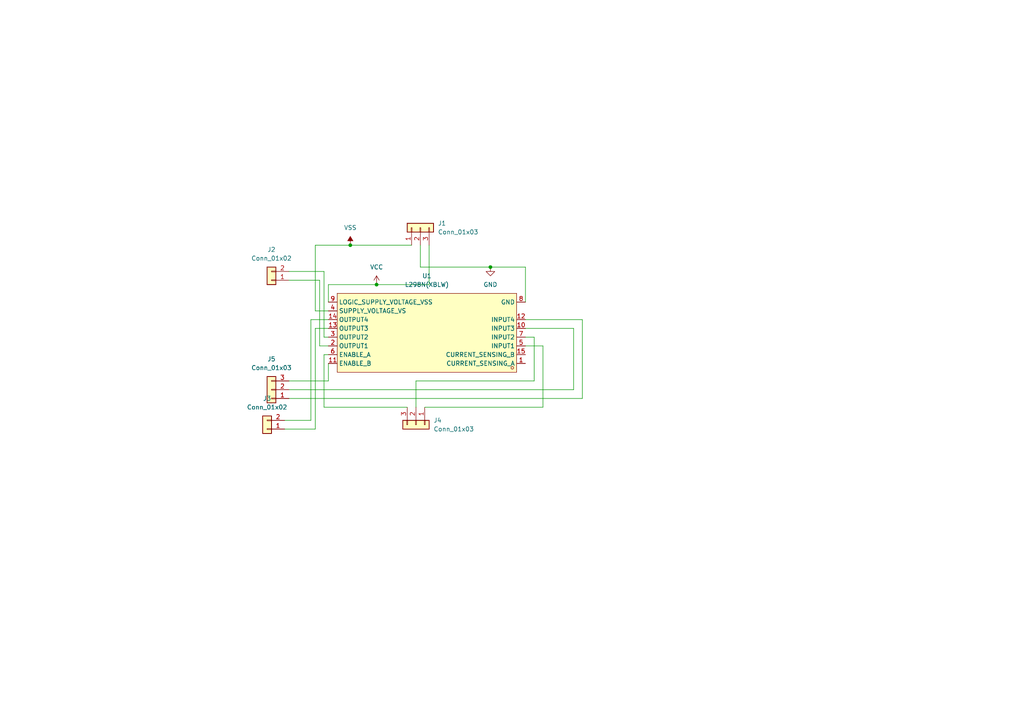
<source format=kicad_sch>
(kicad_sch (version 20231120) (generator "eeschema") (generator_version "8.0")
  (paper "A4")
  (lib_symbols
    (symbol "Connector_Generic:Conn_01x02" (pin_names (offset 1.016) hide)
      (property "Reference" "J" (at 0 2.54 0))
      (property "Value" "Conn_01x02" (at 0 -5.08 0))
      (symbol "Conn_01x02_1_1"
        (rectangle (start -1.27 -2.413) (end 0 -2.667) (stroke (width 0.1524)))
        (rectangle (start -1.27 0.127) (end 0 -0.127) (stroke (width 0.1524)))
        (rectangle (start -1.27 1.27) (end 1.27 -3.81) (stroke (width 0.254)) (fill (type background)))
        (pin passive line (at -5.08 0 0) (length 3.81) (name "Pin_1") (number "1"))
        (pin passive line (at -5.08 -2.54 0) (length 3.81) (name "Pin_2") (number "2"))
      )
    )
    (symbol "Connector_Generic:Conn_01x03" (pin_names (offset 1.016) hide)
      (property "Reference" "J" (at 0 5.08 0))
      (property "Value" "Conn_01x03" (at 0 -5.08 0))
      (symbol "Conn_01x03_1_1"
        (rectangle (start -1.27 -2.413) (end 0 -2.667) (stroke (width 0.1524)))
        (rectangle (start -1.27 0.127) (end 0 -0.127) (stroke (width 0.1524)))
        (rectangle (start -1.27 2.667) (end 0 2.413) (stroke (width 0.1524)))
        (rectangle (start -1.27 3.81) (end 1.27 -3.81) (stroke (width 0.254)) (fill (type background)))
        (pin passive line (at -5.08 2.54 0) (length 3.81) (name "Pin_1") (number "1"))
        (pin passive line (at -5.08 0 0) (length 3.81) (name "Pin_2") (number "2"))
        (pin passive line (at -5.08 -2.54 0) (length 3.81) (name "Pin_3") (number "3"))
      )
    )
    (symbol "easyeda2kicad:L298N(XBLW)"
      (property "Reference" "U" (at 0 13.97 0))
      (property "Value" "L298N(XBLW)" (at 0 -13.97 0))
      (symbol "L298N(XBLW)_0_1"
        (rectangle (start -26.67 11.43) (end 25.4 -11.43) (fill (type background)))
        (circle (center -25.4 10.16) (radius 0.38))
        (pin unspecified line (at -29.21 8.89 0) (length 2.54) (name "CURRENT_SENSING_A") (number "1"))
        (pin unspecified line (at -29.21 -1.27 0) (length 2.54) (name "INPUT3") (number "10"))
        (pin unspecified line (at 27.94 8.89 180) (length 2.54) (name "ENABLE_B") (number "11"))
        (pin unspecified line (at -29.21 -3.81 0) (length 2.54) (name "INPUT4") (number "12"))
        (pin unspecified line (at 27.94 -1.27 180) (length 2.54) (name "OUTPUT3") (number "13"))
        (pin unspecified line (at 27.94 -3.81 180) (length 2.54) (name "OUTPUT4") (number "14"))
        (pin unspecified line (at -29.21 6.35 0) (length 2.54) (name "CURRENT_SENSING_B") (number "15"))
        (pin unspecified line (at 27.94 3.81 180) (length 2.54) (name "OUTPUT1") (number "2"))
        (pin unspecified line (at 27.94 1.27 180) (length 2.54) (name "OUTPUT2") (number "3"))
        (pin unspecified line (at 27.94 -6.35 180) (length 2.54) (name "SUPPLY_VOLTAGE_VS") (number "4"))
        (pin unspecified line (at -29.21 3.81 0) (length 2.54) (name "INPUT1") (number "5"))
        (pin unspecified line (at 27.94 6.35 180) (length 2.54) (name "ENABLE_A") (number "6"))
        (pin unspecified line (at -29.21 1.27 0) (length 2.54) (name "INPUT2") (number "7"))
        (pin unspecified line (at -29.21 -8.89 0) (length 2.54) (name "GND") (number "8"))
        (pin unspecified line (at 27.94 -8.89 180) (length 2.54) (name "LOGIC_SUPPLY_VOLTAGE_VSS") (number "9"))
      )
    )
    (symbol "power:GND" (power) (pin_numbers hide) (pin_names (offset 0) hide)
      (property "Value" "GND" (at 0 -3.81 0))
      (symbol "GND_0_1"
        (polyline (pts (xy 0 0) (xy 0 -1.27) (xy 1.27 -1.27) (xy 0 -2.54) (xy -1.27 -1.27) (xy 0 -1.27)))
      )
      (symbol "GND_1_1"
        (pin power_in line (at 0 0 270) (length 0) (name "~") (number "1"))
      )
    )
    (symbol "power:VCC" (power) (pin_numbers hide) (pin_names (offset 0) hide)
      (property "Value" "VCC" (at 0 3.556 0))
      (symbol "VCC_0_1"
        (polyline (pts (xy -0.762 1.27) (xy 0 2.54)))
        (polyline (pts (xy 0 0) (xy 0 2.54)))
        (polyline (pts (xy 0 2.54) (xy 0.762 1.27)))
      )
      (symbol "VCC_1_1"
        (pin power_in line (at 0 0 90) (length 0) (name "~") (number "1"))
      )
    )
    (symbol "power:VSS" (power) (pin_numbers hide) (pin_names (offset 0) hide)
      (property "Value" "VSS" (at 0 3.556 0))
      (symbol "VSS_0_1"
        (polyline (pts (xy 0 0) (xy 0 2.54)))
        (polyline (pts (xy 0.762 1.27) (xy -0.762 1.27) (xy 0 2.54) (xy 0.762 1.27)) (fill (type outline)))
      )
      (symbol "VSS_1_1"
        (pin power_in line (at 0 0 90) (length 0) (name "~") (number "1"))
      )
    )
  )
  (junction (at 109.22 82.55))
  (junction (at 142.24 77.47))
  (junction (at 101.6 71.12))
  (wire (pts (xy 93.98 78.74) (xy 93.98 97.79)))
  (wire (pts (xy 83.82 110.49) (xy 95.25 110.49)))
  (wire (pts (xy 154.94 97.79) (xy 152.4 97.79)))
  (wire (pts (xy 91.44 71.12) (xy 101.6 71.12)))
  (wire (pts (xy 118.11 118.11) (xy 93.98 118.11)))
  (wire (pts (xy 168.91 115.57) (xy 83.82 115.57)))
  (wire (pts (xy 92.71 100.33) (xy 95.25 100.33)))
  (wire (pts (xy 91.44 90.17) (xy 91.44 71.12)))
  (wire (pts (xy 124.46 82.55) (xy 109.22 82.55)))
  (wire (pts (xy 95.25 95.25) (xy 91.44 95.25)))
  (wire (pts (xy 83.82 113.03) (xy 166.37 113.03)))
  (wire (pts (xy 154.94 110.49) (xy 154.94 97.79)))
  (wire (pts (xy 121.92 77.47) (xy 121.92 71.12)))
  (wire (pts (xy 157.48 100.33) (xy 157.48 118.11)))
  (wire (pts (xy 124.46 71.12) (xy 124.46 82.55)))
  (wire (pts (xy 157.48 118.11) (xy 123.19 118.11)))
  (wire (pts (xy 95.25 90.17) (xy 91.44 90.17)))
  (wire (pts (xy 168.91 92.71) (xy 168.91 115.57)))
  (wire (pts (xy 95.25 110.49) (xy 95.25 105.41)))
  (wire (pts (xy 93.98 97.79) (xy 95.25 97.79)))
  (wire (pts (xy 82.55 121.92) (xy 90.17 121.92)))
  (wire (pts (xy 152.4 77.47) (xy 142.24 77.47)))
  (wire (pts (xy 120.65 118.11) (xy 120.65 110.49)))
  (wire (pts (xy 152.4 87.63) (xy 152.4 77.47)))
  (wire (pts (xy 83.82 81.28) (xy 92.71 81.28)))
  (wire (pts (xy 93.98 102.87) (xy 95.25 102.87)))
  (wire (pts (xy 109.22 82.55) (xy 95.25 82.55)))
  (wire (pts (xy 152.4 100.33) (xy 157.48 100.33)))
  (wire (pts (xy 90.17 92.71) (xy 95.25 92.71)))
  (wire (pts (xy 92.71 81.28) (xy 92.71 100.33)))
  (wire (pts (xy 95.25 82.55) (xy 95.25 87.63)))
  (wire (pts (xy 142.24 77.47) (xy 121.92 77.47)))
  (wire (pts (xy 91.44 95.25) (xy 91.44 124.46)))
  (wire (pts (xy 120.65 110.49) (xy 154.94 110.49)))
  (wire (pts (xy 152.4 92.71) (xy 168.91 92.71)))
  (wire (pts (xy 83.82 78.74) (xy 93.98 78.74)))
  (wire (pts (xy 101.6 71.12) (xy 119.38 71.12)))
  (wire (pts (xy 93.98 118.11) (xy 93.98 102.87)))
  (wire (pts (xy 91.44 124.46) (xy 82.55 124.46)))
  (wire (pts (xy 166.37 113.03) (xy 166.37 95.25)))
  (wire (pts (xy 166.37 95.25) (xy 152.4 95.25)))
  (wire (pts (xy 90.17 121.92) (xy 90.17 92.71)))
  (symbol (lib_id "Connector_Generic:Conn_01x03") (at 121.92 66.04 90) (unit 1)
    (property "Reference" "J1" (at 127 64.7699 90) (effects (justify right)))
    (property "Value" "Conn_01x03" (at 127 67.3099 90) (effects (justify right)))
    (property "Footprint" "TerminalBlock_Phoenix:TerminalBlock_Phoenix_MKDS-1,5-3-5.08_1x03_P5.08mm_Horizontal" (effects (hide yes)))
    (property "Description" "Generic connector, single row, 01x03, script generated (kicad-library-utils/schlib/autogen/connector/)" (effects (hide yes)))
  )
  (symbol (lib_id "Connector_Generic:Conn_01x02") (at 77.47 124.46 180) (unit 1)
    (property "Reference" "J3" (at 77.47 115.57 0))
    (property "Value" "Conn_01x02" (at 77.47 118.11 0))
    (property "Footprint" "TerminalBlock_Phoenix:TerminalBlock_Phoenix_MKDS-1,5-2-5.08_1x02_P5.08mm_Horizontal" (effects (hide yes)))
    (property "Description" "Generic connector, single row, 01x02, script generated (kicad-library-utils/schlib/autogen/connector/)" (effects (hide yes)))
  )
  (symbol (lib_id "Connector_Generic:Conn_01x03") (at 120.65 123.19 270) (unit 1)
    (property "Reference" "J4" (at 125.73 121.9199 90) (effects (justify left)))
    (property "Value" "Conn_01x03" (at 125.73 124.4599 90) (effects (justify left)))
    (property "Footprint" "TerminalBlock_Phoenix:TerminalBlock_Phoenix_MKDS-1,5-3-5.08_1x03_P5.08mm_Horizontal" (effects (hide yes)))
    (property "Description" "Generic connector, single row, 01x03, script generated (kicad-library-utils/schlib/autogen/connector/)" (effects (hide yes)))
  )
  (symbol (lib_id "Connector_Generic:Conn_01x02") (at 78.74 81.28 180) (unit 1)
    (property "Reference" "J2" (at 78.74 72.39 0))
    (property "Value" "Conn_01x02" (at 78.74 74.93 0))
    (property "Footprint" "TerminalBlock_Phoenix:TerminalBlock_Phoenix_MKDS-1,5-2-5.08_1x02_P5.08mm_Horizontal" (effects (hide yes)))
    (property "Description" "Generic connector, single row, 01x02, script generated (kicad-library-utils/schlib/autogen/connector/)" (effects (hide yes)))
  )
  (symbol (lib_id "power:VSS") (at 101.6 71.12 0) (unit 1)
    (property "Reference" "#PWR03" (effects (hide yes)))
    (property "Value" "VSS" (at 101.6 66.04 0))
    (property "Description" "Power symbol creates a global label with name \"VSS\"" (effects (hide yes)))
  )
  (symbol (lib_id "power:VCC") (at 109.22 82.55 0) (unit 1)
    (property "Reference" "#PWR02" (effects (hide yes)))
    (property "Value" "VCC" (at 109.22 77.47 0))
    (property "Description" "Power symbol creates a global label with name \"VCC\"" (effects (hide yes)))
  )
  (symbol (lib_id "Connector_Generic:Conn_01x03") (at 78.74 113.03 180) (unit 1)
    (property "Reference" "J5" (at 78.74 104.14 0))
    (property "Value" "Conn_01x03" (at 78.74 106.68 0))
    (property "Footprint" "TerminalBlock_Phoenix:TerminalBlock_Phoenix_MKDS-1,5-3-5.08_1x03_P5.08mm_Horizontal" (effects (hide yes)))
    (property "Description" "Generic connector, single row, 01x03, script generated (kicad-library-utils/schlib/autogen/connector/)" (effects (hide yes)))
  )
  (symbol (lib_id "power:GND") (at 142.24 77.47 0) (unit 1)
    (property "Reference" "#PWR01" (effects (hide yes)))
    (property "Value" "GND" (at 142.24 82.55 0))
    (property "Description" "Power symbol creates a global label with name \"GND\" , ground" (effects (hide yes)))
  )
  (symbol (lib_id "easyeda2kicad:L298N(XBLW)") (at 123.19 96.52 180) (unit 1)
    (property "Reference" "U1" (at 123.825 80.01 0))
    (property "Value" "L298N(XBLW)" (at 123.825 82.55 0))
    (property "Footprint" "easyeda2kicad:SIP-15_L20.0-W4.6-P1.27-L" (effects (hide yes)))
    (property "LCSC Part" "C18723576" (effects (hide yes)))
  )
)
</source>
